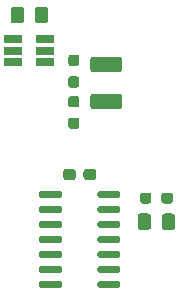
<source format=gbr>
%TF.GenerationSoftware,KiCad,Pcbnew,(5.1.9)-1*%
%TF.CreationDate,2021-02-25T21:12:44-03:30*%
%TF.ProjectId,annoy-o-me,616e6e6f-792d-46f2-9d6d-652e6b696361,rev?*%
%TF.SameCoordinates,Original*%
%TF.FileFunction,Paste,Top*%
%TF.FilePolarity,Positive*%
%FSLAX46Y46*%
G04 Gerber Fmt 4.6, Leading zero omitted, Abs format (unit mm)*
G04 Created by KiCad (PCBNEW (5.1.9)-1) date 2021-02-25 21:12:44*
%MOMM*%
%LPD*%
G01*
G04 APERTURE LIST*
%ADD10R,1.560000X0.650000*%
G04 APERTURE END LIST*
%TO.C,C1*%
G36*
G01*
X108600000Y-117737500D02*
X108600000Y-117262500D01*
G75*
G02*
X108837500Y-117025000I237500J0D01*
G01*
X109437500Y-117025000D01*
G75*
G02*
X109675000Y-117262500I0J-237500D01*
G01*
X109675000Y-117737500D01*
G75*
G02*
X109437500Y-117975000I-237500J0D01*
G01*
X108837500Y-117975000D01*
G75*
G02*
X108600000Y-117737500I0J237500D01*
G01*
G37*
G36*
G01*
X110325000Y-117737500D02*
X110325000Y-117262500D01*
G75*
G02*
X110562500Y-117025000I237500J0D01*
G01*
X111162500Y-117025000D01*
G75*
G02*
X111400000Y-117262500I0J-237500D01*
G01*
X111400000Y-117737500D01*
G75*
G02*
X111162500Y-117975000I-237500J0D01*
G01*
X110562500Y-117975000D01*
G75*
G02*
X110325000Y-117737500I0J237500D01*
G01*
G37*
%TD*%
%TO.C,C3*%
G36*
G01*
X111149998Y-107525000D02*
X113350002Y-107525000D01*
G75*
G02*
X113600000Y-107774998I0J-249998D01*
G01*
X113600000Y-108600002D01*
G75*
G02*
X113350002Y-108850000I-249998J0D01*
G01*
X111149998Y-108850000D01*
G75*
G02*
X110900000Y-108600002I0J249998D01*
G01*
X110900000Y-107774998D01*
G75*
G02*
X111149998Y-107525000I249998J0D01*
G01*
G37*
G36*
G01*
X111149998Y-110650000D02*
X113350002Y-110650000D01*
G75*
G02*
X113600000Y-110899998I0J-249998D01*
G01*
X113600000Y-111725002D01*
G75*
G02*
X113350002Y-111975000I-249998J0D01*
G01*
X111149998Y-111975000D01*
G75*
G02*
X110900000Y-111725002I0J249998D01*
G01*
X110900000Y-110899998D01*
G75*
G02*
X111149998Y-110650000I249998J0D01*
G01*
G37*
%TD*%
%TO.C,D1*%
G36*
G01*
X118100000Y-121049999D02*
X118100000Y-121950001D01*
G75*
G02*
X117850001Y-122200000I-249999J0D01*
G01*
X117199999Y-122200000D01*
G75*
G02*
X116950000Y-121950001I0J249999D01*
G01*
X116950000Y-121049999D01*
G75*
G02*
X117199999Y-120800000I249999J0D01*
G01*
X117850001Y-120800000D01*
G75*
G02*
X118100000Y-121049999I0J-249999D01*
G01*
G37*
G36*
G01*
X116050000Y-121049999D02*
X116050000Y-121950001D01*
G75*
G02*
X115800001Y-122200000I-249999J0D01*
G01*
X115149999Y-122200000D01*
G75*
G02*
X114900000Y-121950001I0J249999D01*
G01*
X114900000Y-121049999D01*
G75*
G02*
X115149999Y-120800000I249999J0D01*
G01*
X115800001Y-120800000D01*
G75*
G02*
X116050000Y-121049999I0J-249999D01*
G01*
G37*
%TD*%
%TO.C,L1*%
G36*
G01*
X107350000Y-103549999D02*
X107350000Y-104450001D01*
G75*
G02*
X107100001Y-104700000I-249999J0D01*
G01*
X106449999Y-104700000D01*
G75*
G02*
X106200000Y-104450001I0J249999D01*
G01*
X106200000Y-103549999D01*
G75*
G02*
X106449999Y-103300000I249999J0D01*
G01*
X107100001Y-103300000D01*
G75*
G02*
X107350000Y-103549999I0J-249999D01*
G01*
G37*
G36*
G01*
X105300000Y-103549999D02*
X105300000Y-104450001D01*
G75*
G02*
X105050001Y-104700000I-249999J0D01*
G01*
X104399999Y-104700000D01*
G75*
G02*
X104150000Y-104450001I0J249999D01*
G01*
X104150000Y-103549999D01*
G75*
G02*
X104399999Y-103300000I249999J0D01*
G01*
X105050001Y-103300000D01*
G75*
G02*
X105300000Y-103549999I0J-249999D01*
G01*
G37*
%TD*%
%TO.C,R1*%
G36*
G01*
X109262500Y-107350000D02*
X109737500Y-107350000D01*
G75*
G02*
X109975000Y-107587500I0J-237500D01*
G01*
X109975000Y-108087500D01*
G75*
G02*
X109737500Y-108325000I-237500J0D01*
G01*
X109262500Y-108325000D01*
G75*
G02*
X109025000Y-108087500I0J237500D01*
G01*
X109025000Y-107587500D01*
G75*
G02*
X109262500Y-107350000I237500J0D01*
G01*
G37*
G36*
G01*
X109262500Y-109175000D02*
X109737500Y-109175000D01*
G75*
G02*
X109975000Y-109412500I0J-237500D01*
G01*
X109975000Y-109912500D01*
G75*
G02*
X109737500Y-110150000I-237500J0D01*
G01*
X109262500Y-110150000D01*
G75*
G02*
X109025000Y-109912500I0J237500D01*
G01*
X109025000Y-109412500D01*
G75*
G02*
X109262500Y-109175000I237500J0D01*
G01*
G37*
%TD*%
%TO.C,R2*%
G36*
G01*
X109262500Y-112675000D02*
X109737500Y-112675000D01*
G75*
G02*
X109975000Y-112912500I0J-237500D01*
G01*
X109975000Y-113412500D01*
G75*
G02*
X109737500Y-113650000I-237500J0D01*
G01*
X109262500Y-113650000D01*
G75*
G02*
X109025000Y-113412500I0J237500D01*
G01*
X109025000Y-112912500D01*
G75*
G02*
X109262500Y-112675000I237500J0D01*
G01*
G37*
G36*
G01*
X109262500Y-110850000D02*
X109737500Y-110850000D01*
G75*
G02*
X109975000Y-111087500I0J-237500D01*
G01*
X109975000Y-111587500D01*
G75*
G02*
X109737500Y-111825000I-237500J0D01*
G01*
X109262500Y-111825000D01*
G75*
G02*
X109025000Y-111587500I0J237500D01*
G01*
X109025000Y-111087500D01*
G75*
G02*
X109262500Y-110850000I237500J0D01*
G01*
G37*
%TD*%
%TO.C,R4*%
G36*
G01*
X116075000Y-119262500D02*
X116075000Y-119737500D01*
G75*
G02*
X115837500Y-119975000I-237500J0D01*
G01*
X115337500Y-119975000D01*
G75*
G02*
X115100000Y-119737500I0J237500D01*
G01*
X115100000Y-119262500D01*
G75*
G02*
X115337500Y-119025000I237500J0D01*
G01*
X115837500Y-119025000D01*
G75*
G02*
X116075000Y-119262500I0J-237500D01*
G01*
G37*
G36*
G01*
X117900000Y-119262500D02*
X117900000Y-119737500D01*
G75*
G02*
X117662500Y-119975000I-237500J0D01*
G01*
X117162500Y-119975000D01*
G75*
G02*
X116925000Y-119737500I0J237500D01*
G01*
X116925000Y-119262500D01*
G75*
G02*
X117162500Y-119025000I237500J0D01*
G01*
X117662500Y-119025000D01*
G75*
G02*
X117900000Y-119262500I0J-237500D01*
G01*
G37*
%TD*%
D10*
%TO.C,U1*%
X104400000Y-106050000D03*
X104400000Y-107000000D03*
X104400000Y-107950000D03*
X107100000Y-107950000D03*
X107100000Y-106050000D03*
X107100000Y-107000000D03*
%TD*%
%TO.C,U2*%
G36*
G01*
X106550000Y-119340000D02*
X106550000Y-119040000D01*
G75*
G02*
X106700000Y-118890000I150000J0D01*
G01*
X108350000Y-118890000D01*
G75*
G02*
X108500000Y-119040000I0J-150000D01*
G01*
X108500000Y-119340000D01*
G75*
G02*
X108350000Y-119490000I-150000J0D01*
G01*
X106700000Y-119490000D01*
G75*
G02*
X106550000Y-119340000I0J150000D01*
G01*
G37*
G36*
G01*
X106550000Y-120610000D02*
X106550000Y-120310000D01*
G75*
G02*
X106700000Y-120160000I150000J0D01*
G01*
X108350000Y-120160000D01*
G75*
G02*
X108500000Y-120310000I0J-150000D01*
G01*
X108500000Y-120610000D01*
G75*
G02*
X108350000Y-120760000I-150000J0D01*
G01*
X106700000Y-120760000D01*
G75*
G02*
X106550000Y-120610000I0J150000D01*
G01*
G37*
G36*
G01*
X106550000Y-121880000D02*
X106550000Y-121580000D01*
G75*
G02*
X106700000Y-121430000I150000J0D01*
G01*
X108350000Y-121430000D01*
G75*
G02*
X108500000Y-121580000I0J-150000D01*
G01*
X108500000Y-121880000D01*
G75*
G02*
X108350000Y-122030000I-150000J0D01*
G01*
X106700000Y-122030000D01*
G75*
G02*
X106550000Y-121880000I0J150000D01*
G01*
G37*
G36*
G01*
X106550000Y-123150000D02*
X106550000Y-122850000D01*
G75*
G02*
X106700000Y-122700000I150000J0D01*
G01*
X108350000Y-122700000D01*
G75*
G02*
X108500000Y-122850000I0J-150000D01*
G01*
X108500000Y-123150000D01*
G75*
G02*
X108350000Y-123300000I-150000J0D01*
G01*
X106700000Y-123300000D01*
G75*
G02*
X106550000Y-123150000I0J150000D01*
G01*
G37*
G36*
G01*
X106550000Y-124420000D02*
X106550000Y-124120000D01*
G75*
G02*
X106700000Y-123970000I150000J0D01*
G01*
X108350000Y-123970000D01*
G75*
G02*
X108500000Y-124120000I0J-150000D01*
G01*
X108500000Y-124420000D01*
G75*
G02*
X108350000Y-124570000I-150000J0D01*
G01*
X106700000Y-124570000D01*
G75*
G02*
X106550000Y-124420000I0J150000D01*
G01*
G37*
G36*
G01*
X106550000Y-125690000D02*
X106550000Y-125390000D01*
G75*
G02*
X106700000Y-125240000I150000J0D01*
G01*
X108350000Y-125240000D01*
G75*
G02*
X108500000Y-125390000I0J-150000D01*
G01*
X108500000Y-125690000D01*
G75*
G02*
X108350000Y-125840000I-150000J0D01*
G01*
X106700000Y-125840000D01*
G75*
G02*
X106550000Y-125690000I0J150000D01*
G01*
G37*
G36*
G01*
X106550000Y-126960000D02*
X106550000Y-126660000D01*
G75*
G02*
X106700000Y-126510000I150000J0D01*
G01*
X108350000Y-126510000D01*
G75*
G02*
X108500000Y-126660000I0J-150000D01*
G01*
X108500000Y-126960000D01*
G75*
G02*
X108350000Y-127110000I-150000J0D01*
G01*
X106700000Y-127110000D01*
G75*
G02*
X106550000Y-126960000I0J150000D01*
G01*
G37*
G36*
G01*
X111500000Y-126960000D02*
X111500000Y-126660000D01*
G75*
G02*
X111650000Y-126510000I150000J0D01*
G01*
X113300000Y-126510000D01*
G75*
G02*
X113450000Y-126660000I0J-150000D01*
G01*
X113450000Y-126960000D01*
G75*
G02*
X113300000Y-127110000I-150000J0D01*
G01*
X111650000Y-127110000D01*
G75*
G02*
X111500000Y-126960000I0J150000D01*
G01*
G37*
G36*
G01*
X111500000Y-125690000D02*
X111500000Y-125390000D01*
G75*
G02*
X111650000Y-125240000I150000J0D01*
G01*
X113300000Y-125240000D01*
G75*
G02*
X113450000Y-125390000I0J-150000D01*
G01*
X113450000Y-125690000D01*
G75*
G02*
X113300000Y-125840000I-150000J0D01*
G01*
X111650000Y-125840000D01*
G75*
G02*
X111500000Y-125690000I0J150000D01*
G01*
G37*
G36*
G01*
X111500000Y-124420000D02*
X111500000Y-124120000D01*
G75*
G02*
X111650000Y-123970000I150000J0D01*
G01*
X113300000Y-123970000D01*
G75*
G02*
X113450000Y-124120000I0J-150000D01*
G01*
X113450000Y-124420000D01*
G75*
G02*
X113300000Y-124570000I-150000J0D01*
G01*
X111650000Y-124570000D01*
G75*
G02*
X111500000Y-124420000I0J150000D01*
G01*
G37*
G36*
G01*
X111500000Y-123150000D02*
X111500000Y-122850000D01*
G75*
G02*
X111650000Y-122700000I150000J0D01*
G01*
X113300000Y-122700000D01*
G75*
G02*
X113450000Y-122850000I0J-150000D01*
G01*
X113450000Y-123150000D01*
G75*
G02*
X113300000Y-123300000I-150000J0D01*
G01*
X111650000Y-123300000D01*
G75*
G02*
X111500000Y-123150000I0J150000D01*
G01*
G37*
G36*
G01*
X111500000Y-121880000D02*
X111500000Y-121580000D01*
G75*
G02*
X111650000Y-121430000I150000J0D01*
G01*
X113300000Y-121430000D01*
G75*
G02*
X113450000Y-121580000I0J-150000D01*
G01*
X113450000Y-121880000D01*
G75*
G02*
X113300000Y-122030000I-150000J0D01*
G01*
X111650000Y-122030000D01*
G75*
G02*
X111500000Y-121880000I0J150000D01*
G01*
G37*
G36*
G01*
X111500000Y-120610000D02*
X111500000Y-120310000D01*
G75*
G02*
X111650000Y-120160000I150000J0D01*
G01*
X113300000Y-120160000D01*
G75*
G02*
X113450000Y-120310000I0J-150000D01*
G01*
X113450000Y-120610000D01*
G75*
G02*
X113300000Y-120760000I-150000J0D01*
G01*
X111650000Y-120760000D01*
G75*
G02*
X111500000Y-120610000I0J150000D01*
G01*
G37*
G36*
G01*
X111500000Y-119340000D02*
X111500000Y-119040000D01*
G75*
G02*
X111650000Y-118890000I150000J0D01*
G01*
X113300000Y-118890000D01*
G75*
G02*
X113450000Y-119040000I0J-150000D01*
G01*
X113450000Y-119340000D01*
G75*
G02*
X113300000Y-119490000I-150000J0D01*
G01*
X111650000Y-119490000D01*
G75*
G02*
X111500000Y-119340000I0J150000D01*
G01*
G37*
%TD*%
M02*

</source>
